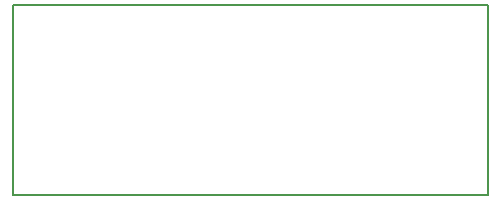
<source format=gm1>
G04 MADE WITH FRITZING*
G04 WWW.FRITZING.ORG*
G04 DOUBLE SIDED*
G04 HOLES PLATED*
G04 CONTOUR ON CENTER OF CONTOUR VECTOR*
%ASAXBY*%
%FSLAX23Y23*%
%MOIN*%
%OFA0B0*%
%SFA1.0B1.0*%
%ADD10R,1.592090X0.640465*%
%ADD11C,0.008000*%
%ADD10C,0.008*%
%LNCONTOUR*%
G90*
G70*
G54D10*
G54D11*
X4Y636D02*
X1588Y636D01*
X1588Y4D01*
X4Y4D01*
X4Y636D01*
D02*
G04 End of contour*
M02*
</source>
